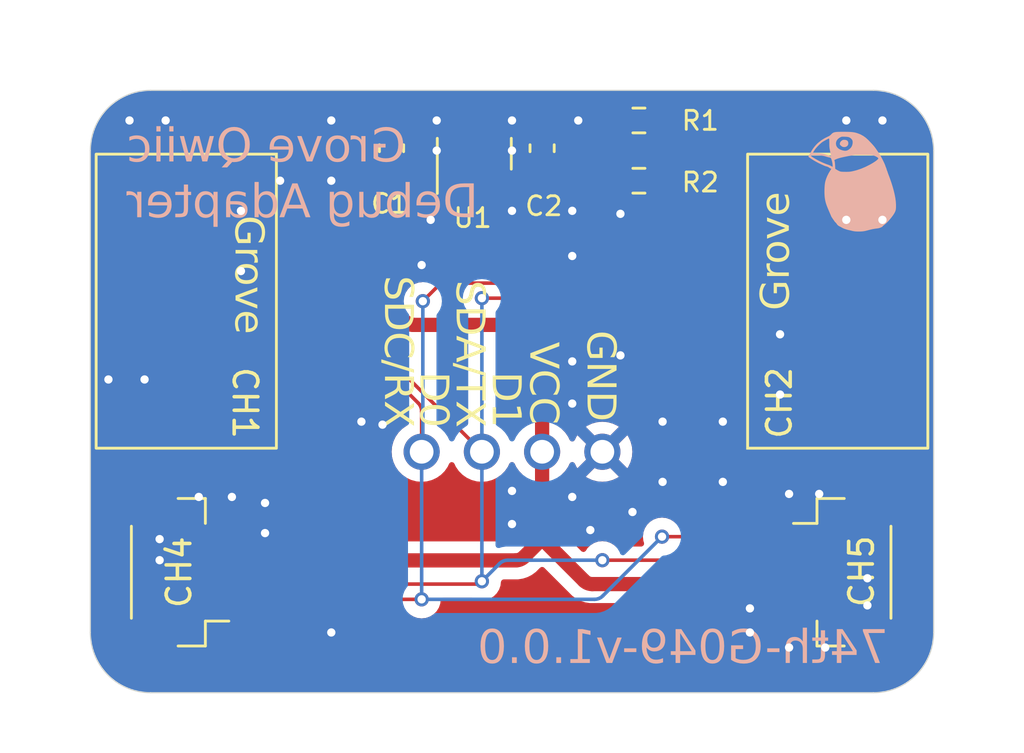
<source format=kicad_pcb>
(kicad_pcb (version 20240108) (generator "pcbnew") (generator_version "8.0")
  (title_block (title "Grove Qwiic Debug Adapter") (rev "v1.0.0") (company "Atsushi Morimoto (@74th)"))
  (layers (0 "F.Cu" signal) (31 "B.Cu" signal) (34 "B.Paste" user) (35 "F.Paste" user) (36 "B.SilkS" user "B.Silkscreen") (37 "F.SilkS" user "F.Silkscreen") (38 "B.Mask" user) (39 "F.Mask" user) (44 "Edge.Cuts" user))
  (net 0 "")
  (net 1 "Net-(U1-VO)")
  (net 2 "GND")
  (net 3 "VCC")
  (net 4 "/D0")
  (net 5 "/D1")
  (footprint "74th:Package_SOT-23" (layer "F.Cu") (at 84.77 35.6925 90)
    (property "Reference" "U1" (at -2.7075 -0.07 0) (layer "F.SilkS") (effects (font (size 0.8 0.8) (thickness 0.12))))
    (property "Value" "AP7333-33SAG")
    (fp_line (start 0 -1.56) (end 0.65 -1.56) (stroke (width 0.12)) (layer "F.SilkS"))
    (fp_line (start 0 -1.56) (end -1.675 -1.56) (stroke (width 0.12)) (layer "F.SilkS"))
    (fp_line (start 0 1.56) (end 0.65 1.56) (stroke (width 0.12)) (layer "F.SilkS"))
    (fp_line (start 0 1.56) (end -0.65 1.56) (stroke (width 0.12)) (layer "F.SilkS"))
    (pad "1" smd roundrect (at -1.1375 -0.95 90) (size 1.325 0.6) (layers "F.Cu" "F.Paste" "F.Mask") (net 3 "VCC"))
    (pad "2" smd roundrect (at -1.1375 0.95 90) (size 1.325 0.6) (layers "F.Cu" "F.Paste" "F.Mask") (net 1 "Net-(U1-VO)"))
    (pad "3" smd roundrect (at 1.1375 0 90) (size 1.325 0.6) (layers "F.Cu" "F.Paste" "F.Mask") (net 2 "GND"))
  )
  (footprint "74th:Connector_SH-1.0_SMD_4Pin" (layer "F.Cu") (at 72.32 53.34 90)
    (property "Reference" "CH4" (at 0 0 -90) (layer "F.SilkS"))
    (property "Value" "Qwiic")
    (fp_line (start -1.94 -2.01) (end 1.94 -2.01) (stroke (width 0.12)) (layer "F.SilkS"))
    (fp_line (start 3.11 -0.04) (end 3.11 1.11) (stroke (width 0.12)) (layer "F.SilkS"))
    (fp_line (start -3.11 -0.04) (end -3.11 1.11) (stroke (width 0.12)) (layer "F.SilkS"))
    (fp_line (start 3.11 1.11) (end 2.06 1.11) (stroke (width 0.12)) (layer "F.SilkS"))
    (fp_line (start -2.06 1.11) (end -2.06 2.1) (stroke (width 0.12)) (layer "F.SilkS"))
    (fp_line (start -3.11 1.11) (end -2.06 1.11) (stroke (width 0.12)) (layer "F.SilkS"))
    (pad "" smd roundrect (at -2.8 -1.2 90) (size 1.2 1.8) (layers "F.Cu" "F.Paste" "F.Mask") (roundrect_rratio 0.208333))
    (pad "" smd roundrect (at 2.8 -1.2 90) (size 1.2 1.8) (layers "F.Cu" "F.Paste" "F.Mask") (roundrect_rratio 0.208333))
    (pad "1" smd roundrect (at -1.5 1.325 90) (size 0.6 1.55) (layers "F.Cu" "F.Paste" "F.Mask") (net 4 "/D0"))
    (pad "2" smd roundrect (at -0.5 1.325 90) (size 0.6 1.55) (layers "F.Cu" "F.Paste" "F.Mask") (net 5 "/D1"))
    (pad "3" smd roundrect (at 0.5 1.325 90) (size 0.6 1.55) (layers "F.Cu" "F.Paste" "F.Mask") (net 3 "VCC"))
    (pad "4" smd roundrect (at 1.5 1.325 90) (size 0.6 1.55) (layers "F.Cu" "F.Paste" "F.Mask") (net 2 "GND"))
  )
  (footprint "74th:Capacitor_0603_1608" (layer "F.Cu") (at 81.28 35.56 90)
    (property "Reference" "C1" (at -2.24 -0.08 0) (layer "F.SilkS") (effects (font (size 0.8 0.8) (thickness 0.12))))
    (property "Value" "100n" (hide yes))
    (fp_line (start -0.046267 -0.51) (end 0.246267 -0.51) (stroke (width 0.12)) (layer "F.SilkS"))
    (fp_line (start -0.046267 0.51) (end 0.246267 0.51) (stroke (width 0.12)) (layer "F.SilkS"))
    (pad "1" smd roundrect (at -0.7625 0 90) (size 1.075 0.95) (layers "F.Cu" "F.Paste" "F.Mask") (net 3 "VCC"))
    (pad "2" smd roundrect (at 0.9625 0 90) (size 1.075 0.95) (layers "F.Cu" "F.Paste" "F.Mask") (net 2 "GND"))
  )
  (footprint "74th:Connector_HY-2.0_SMD_4Pin" (layer "F.Cu") (at 78.125 41.91 -90)
    (property "Reference" "CH1" (at 4.29 3.025 -90) (layer "F.SilkS"))
    (property "Value" "Grove" (at -1.11 2.925 -90) (layer "F.SilkS") (effects (font (size 1.2 1.2))))
    (fp_rect (start -6.2 1.7) (end 6.2 9.3) (stroke (width 0.12)) (fill none) (layer "F.SilkS"))
    (pad "" smd rect (at -5.4 7.5 90) (size 1.5 3.6) (layers "F.Cu" "F.Paste" "F.Mask"))
    (pad "" smd rect (at 5.4 7.5 90) (size 1.5 3.6) (layers "F.Cu" "F.Paste" "F.Mask"))
    (pad "1" smd rect (at 3 0 90) (size 1 3.4) (layers "F.Cu" "F.Paste" "F.Mask") (net 4 "/D0"))
    (pad "2" smd rect (at 1 0 90) (size 1 3.4) (layers "F.Cu" "F.Paste" "F.Mask") (net 5 "/D1"))
    (pad "3" smd rect (at -1 0 90) (size 1 3.4) (layers "F.Cu" "F.Paste" "F.Mask") (net 3 "VCC"))
    (pad "4" smd rect (at -3 0 90) (size 1 3.4) (layers "F.Cu" "F.Paste" "F.Mask") (net 2 "GND"))
  )
  (footprint "74th:Capacitor_0603_1608" (layer "F.Cu") (at 87.63 35.56 90)
    (property "Reference" "C2" (at -2.34 0.07 0) (layer "F.SilkS") (effects (font (size 0.8 0.8) (thickness 0.12))))
    (property "Value" "100n" (hide yes))
    (fp_line (start -0.046267 -0.51) (end 0.246267 -0.51) (stroke (width 0.12)) (layer "F.SilkS"))
    (fp_line (start -0.046267 0.51) (end 0.246267 0.51) (stroke (width 0.12)) (layer "F.SilkS"))
    (pad "1" smd roundrect (at -0.7625 0 90) (size 1.075 0.95) (layers "F.Cu" "F.Paste" "F.Mask") (net 1 "Net-(U1-VO)"))
    (pad "2" smd roundrect (at 0.9625 0 90) (size 1.075 0.95) (layers "F.Cu" "F.Paste" "F.Mask") (net 2 "GND"))
  )
  (footprint "74th:Register_0603_1608" (layer "F.Cu") (at 91.7125 36.83)
    (property "Reference" "R2" (at 2.5875 0.07 0) (layer "F.SilkS") (effects (font (size 0.8 0.8) (thickness 0.12))))
    (property "Value" "1k" (hide yes))
    (fp_line (start -0.254724 -0.5225) (end 0.254724 -0.5225) (stroke (width 0.12)) (layer "F.SilkS"))
    (fp_line (start -0.254724 0.5225) (end 0.254724 0.5225) (stroke (width 0.12)) (layer "F.SilkS"))
    (pad "1" smd roundrect (at -0.9125 0) (size 0.975 0.95) (layers "F.Cu" "F.Paste" "F.Mask") (net 1 "Net-(U1-VO)"))
    (pad "2" smd roundrect (at 0.9125 0) (size 0.975 0.95) (layers "F.Cu" "F.Paste" "F.Mask") (net 4 "/D0"))
  )
  (footprint "74th:Connector_HY-2.0_SMD_4Pin" (layer "F.Cu") (at 94.595 41.91 90)
    (property "Reference" "CH2" (at -4.29 3.04 90) (layer "F.SilkS"))
    (property "Value" "Grove" (at 2.11 2.94 90) (layer "F.SilkS") (effects (font (size 1.2 1.2))))
    (fp_rect (start -6.2 1.7) (end 6.2 9.3) (stroke (width 0.12)) (fill none) (layer "F.SilkS"))
    (pad "" smd rect (at -5.4 7.5 270) (size 1.5 3.6) (layers "F.Cu" "F.Paste" "F.Mask"))
    (pad "" smd rect (at 5.4 7.5 270) (size 1.5 3.6) (layers "F.Cu" "F.Paste" "F.Mask"))
    (pad "1" smd rect (at 3 0 270) (size 1 3.4) (layers "F.Cu" "F.Paste" "F.Mask") (net 4 "/D0"))
    (pad "2" smd rect (at 1 0 270) (size 1 3.4) (layers "F.Cu" "F.Paste" "F.Mask") (net 5 "/D1"))
    (pad "3" smd rect (at -1 0 270) (size 1 3.4) (layers "F.Cu" "F.Paste" "F.Mask") (net 3 "VCC"))
    (pad "4" smd rect (at -3 0 270) (size 1 3.4) (layers "F.Cu" "F.Paste" "F.Mask") (net 2 "GND"))
  )
  (footprint "74th:PinOut_Pin_4" (layer "F.Cu") (at 82.55 48.26)
    (property "Reference" "CH3" (hide yes))
    (property "Value" "Pin_4" (hide yes))
    (pad "1" thru_hole circle (at 0 0) (size 1.524 1.524) (drill 1) (layers "*.Cu" "*.Mask") (net 4 "/D0"))
    (pad "2" thru_hole circle (at 2.54 0) (size 1.524 1.524) (drill 1) (layers "*.Cu" "*.Mask") (net 5 "/D1"))
    (pad "3" thru_hole circle (at 5.08 0) (size 1.524 1.524) (drill 1) (layers "*.Cu" "*.Mask") (net 3 "VCC"))
    (pad "4" thru_hole circle (at 7.62 0) (size 1.524 1.524) (drill 1) (layers "*.Cu" "*.Mask") (net 2 "GND"))
  )
  (footprint "74th:Register_0603_1608" (layer "F.Cu") (at 91.7125 34.29)
    (property "Reference" "R1" (at 2.5875 0.01 0) (layer "F.SilkS") (effects (font (size 0.8 0.8) (thickness 0.12))))
    (property "Value" "1k" (hide yes))
    (fp_line (start -0.254724 -0.5225) (end 0.254724 -0.5225) (stroke (width 0.12)) (layer "F.SilkS"))
    (fp_line (start -0.254724 0.5225) (end 0.254724 0.5225) (stroke (width 0.12)) (layer "F.SilkS"))
    (pad "1" smd roundrect (at -0.9125 0) (size 0.975 0.95) (layers "F.Cu" "F.Paste" "F.Mask") (net 1 "Net-(U1-VO)"))
    (pad "2" smd roundrect (at 0.9125 0) (size 0.975 0.95) (layers "F.Cu" "F.Paste" "F.Mask") (net 5 "/D1"))
  )
  (footprint "74th:Connector_SH-1.0_SMD_4Pin" (layer "F.Cu") (at 100.33 53.34 -90)
    (property "Reference" "CH5" (at -0.04 -0.77 90) (layer "F.SilkS"))
    (property "Value" "Qwiic")
    (fp_line (start -3.11 1.11) (end -2.06 1.11) (stroke (width 0.12)) (layer "F.SilkS"))
    (fp_line (start -2.06 1.11) (end -2.06 2.1) (stroke (width 0.12)) (layer "F.SilkS"))
    (fp_line (start 3.11 1.11) (end 2.06 1.11) (stroke (width 0.12)) (layer "F.SilkS"))
    (fp_line (start -3.11 -0.04) (end -3.11 1.11) (stroke (width 0.12)) (layer "F.SilkS"))
    (fp_line (start 3.11 -0.04) (end 3.11 1.11) (stroke (width 0.12)) (layer "F.SilkS"))
    (fp_line (start -1.94 -2.01) (end 1.94 -2.01) (stroke (width 0.12)) (layer "F.SilkS"))
    (pad "" smd roundrect (at -2.8 -1.2 270) (size 1.2 1.8) (layers "F.Cu" "F.Paste" "F.Mask") (roundrect_rratio 0.208333))
    (pad "" smd roundrect (at 2.8 -1.2 270) (size 1.2 1.8) (layers "F.Cu" "F.Paste" "F.Mask") (roundrect_rratio 0.208333))
    (pad "1" smd roundrect (at -1.5 1.325 270) (size 0.6 1.55) (layers "F.Cu" "F.Paste" "F.Mask") (net 4 "/D0"))
    (pad "2" smd roundrect (at -0.5 1.325 270) (size 0.6 1.55) (layers "F.Cu" "F.Paste" "F.Mask") (net 5 "/D1"))
    (pad "3" smd roundrect (at 0.5 1.325 270) (size 0.6 1.55) (layers "F.Cu" "F.Paste" "F.Mask") (net 3 "VCC"))
    (pad "4" smd roundrect (at 1.5 1.325 270) (size 0.6 1.55) (layers "F.Cu" "F.Paste" "F.Mask") (net 2 "GND"))
  )
  (footprint "74th:Logo_74th_5mm" (layer "B.Cu") (at 100.838 37.084 180)
    (property "Reference" "MISC-ICON" (hide yes))
    (property "Value" "LOGO" (hide yes))
    (fp_poly (pts (xy 0.49911 1.977005) (xy 0.52619 1.971811) (xy 0.550101 1.960394) (xy 0.567258 1.948962) (xy 0.609714 1.913867) (xy 0.636212 1.878222) (xy 0.649891 1.837353) (xy 0.652029 1.822803) (xy 0.653972 1.796481) (xy 0.650422 1.778097) (xy 0.63834 1.760632) (xy 0.615095 1.737453) (xy 0.585928 1.712686) (xy 0.556346 1.692187) (xy 0.540838 1.683997) (xy 0.490541 1.67188) (xy 0.436335 1.673253) (xy 0.386727 1.687667) (xy 0.377033 1.69268) (xy 0.334461 1.724102) (xy 0.308549 1.761965) (xy 0.296534 1.810564) (xy 0.295755 1.819115) (xy 0.299127 1.875113) (xy 0.318091 1.919594) (xy 0.352053 1.951986) (xy 0.400418 1.971714) (xy 0.460717 1.978211)) (fill solid) (layer "B.SilkS"))
    (fp_poly (pts (xy 0.649442 2.315535) (xy 0.729812 2.313458) (xy 0.795479 2.309386) (xy 0.84885 2.302763) (xy 0.892332 2.293032) (xy 0.928333 2.279639) (xy 0.959262 2.262025) (xy 0.987524 2.239636) (xy 1.015529 2.211915) (xy 1.018894 2.208303) (xy 1.049811 2.17753) (xy 1.080856 2.153623) (xy 1.118584 2.132145) (xy 1.159781 2.112935) (xy 1.303854 2.040699) (xy 1.43836 1.955894) (xy 1.559736 1.86088) (xy 1.610284 1.814294) (xy 1.666995 1.754955) (xy 1.723999 1.687877) (xy 1.777228 1.618321) (xy 1.822615 1.551548) (xy 1.850744 1.503291) (xy 1.875717 1.457173) (xy 1.902309 1.410196) (xy 1.926331 1.369686) (xy 1.936 1.354251) (xy 1.953726 1.324762) (xy 1.965312 1.30154) (xy 1.968376 1.289388) (xy 1.968255 1.289143) (xy 1.971081 1.279593) (xy 1.975766 1.277057) (xy 1.982166 1.274461) (xy 1.983708 1.270872) (xy 1.978079 1.263957) (xy 1.962966 1.251384) (xy 1.936056 1.230818) (xy 1.911899 1.212627) (xy 1.854593 1.172471) (xy 1.782259 1.12666) (xy 1.697916 1.077023) (xy 1.604583 1.025393) (xy 1.592384 1.018863) (xy 1.557843 1.001158) (xy 1.51428 0.979887) (xy 1.465228 0.956656) (xy 1.414217 0.933069) (xy 1.364781 0.910731) (xy 1.320452 0.891247) (xy 1.28476 0.876222) (xy 1.261239 0.867261) (xy 1.2549 0.865517) (xy 1.2383 0.859756) (xy 1.235135 0.857392) (xy 1.221841 0.854859) (xy 1.215314 0.856526) (xy 1.203354 0.855716) (xy 1.201615 0.851275) (xy 1.194496 0.845005) (xy 1.186961 0.846391) (xy 1.174429 0.845694) (xy 1.172307 0.840623) (xy 1.166604 0.83365) (xy 1.163002 0.834983) (xy 1.150776 0.832684) (xy 1.128988 0.820722) (xy 1.110224 0.80755) (xy 1.081014 0.787569) (xy 1.053695 0.772643) (xy 1.041375 0.767997) (xy 1.02265 0.760638) (xy 1.016 0.753494) (xy 1.021096 0.742238) (xy 1.034735 0.718972) (xy 1.054444 0.687822) (xy 1.064954 0.671849) (xy 1.12825 0.56704) (xy 1.18417 0.455062) (xy 1.230323 0.341445) (xy 1.264319 0.231719) (xy 1.274597 0.187144) (xy 1.286077 0.115195) (xy 1.294738 0.028881) (xy 1.300463 -0.06681) (xy 1.303138 -0.166891) (xy 1.302648 -0.266377) (xy 1.298877 -0.360281) (xy 1.291711 -0.443616) (xy 1.289551 -0.460911) (xy 1.280044 -0.525393) (xy 1.269021 -0.585324) (xy 1.255537 -0.643647) (xy 1.238649 -0.703308) (xy 1.217413 -0.767251) (xy 1.190885 -0.83842) (xy 1.15812 -0.919762) (xy 1.118176 -1.01422) (xy 1.095039 -1.067695) (xy 1.071114 -1.122922) (xy 1.050098 -1.171888) (xy 1.03316 -1.211837) (xy 1.021466 -1.240008) (xy 1.016185 -1.253643) (xy 1.016 -1.254415) (xy 1.010812 -1.264384) (xy 0.997077 -1.286257) (xy 0.977533 -1.315992) (xy 0.954918 -1.349546) (xy 0.931973 -1.382875) (xy 0.911435 -1.411937) (xy 0.896044 -1.432688) (xy 0.891281 -1.438519) (xy 0.881868 -1.451535) (xy 0.882051 -1.455615) (xy 0.878639 -1.461806) (xy 0.864169 -1.478105) (xy 0.841688 -1.501099) (xy 0.839604 -1.503156) (xy 0.815535 -1.527753) (xy 0.798232 -1.547164) (xy 0.791317 -1.557316) (xy 0.791307 -1.557459) (xy 0.785693 -1.568334) (xy 0.771312 -1.588834) (xy 0.759557 -1.604071) (xy 0.717614 -1.642893) (xy 0.669192 -1.670457) (xy 0.628487 -1.690374) (xy 0.586336 -1.713284) (xy 0.562819 -1.727373) (xy 0.521529 -1.749255) (xy 0.466174 -1.772325) (xy 0.401991 -1.794762) (xy 0.334221 -1.814746) (xy 0.268103 -1.830455) (xy 0.263769 -1.831328) (xy 0.214551 -1.841899) (xy 0.160508 -1.85468) (xy 0.120622 -1.864964) (xy 0.055886 -1.877973) (xy -0.02415 -1.886395) (xy -0.115749 -1.890024) (xy -0.215168 -1.888652) (xy -0.26377 -1.886207) (xy -0.321222 -1.881331) (xy -0.375834 -1.873473) (xy -0.434052 -1.861442) (xy -0.502322 -1.844047) (xy -0.523893 -1.838114) (xy -0.63872 -1.808122) (xy -0.742646 -1.785447) (xy -0.8423 -1.768779) (xy -0.924981 -1.758724) (xy -0.990158 -1.748055) (xy -1.051214 -1.728505) (xy -1.081289 -1.7156) (xy -1.114421 -1.700035) (xy -1.138241 -1.688) (xy -1.149249 -1.681303) (xy -1.149131 -1.680514) (xy -1.146076 -1.6751) (xy -1.158529 -1.659984) (xy -1.185575 -1.636044) (xy -1.226296 -1.604159) (xy -1.237582 -1.595733) (xy -1.289495 -1.552568) (xy -1.34796 -1.496067) (xy -1.409909 -1.429899) (xy -1.472272 -1.357735) (xy -1.531981 -1.283243) (xy -1.585967 -1.210095) (xy -1.631161 -1.141958) (xy -1.661115 -1.089269) (xy -1.680524 -1.04823) (xy -1.694985 -1.009292) (xy -1.705078 -0.968658) (xy -1.711382 -0.922532) (xy -1.714475 -0.867119) (xy -1.714938 -0.798622) (xy -1.714042 -0.742461) (xy -1.706149 -0.619284) (xy -1.687758 -0.48164) (xy -1.659296 -0.331261) (xy -1.621192 -0.169879) (xy -1.573872 0.000774) (xy -1.517766 0.178967) (xy -1.453299 0.362969) (xy -1.417571 0.457889) (xy -1.396575 0.513388) (xy -1.378636 0.562705) (xy -1.364747 0.602943) (xy -1.355905 0.631205) (xy -1.353106 0.644593) (xy -1.353251 0.645112) (xy -1.350838 0.654769) (xy -1.347781 0.656291) (xy -1.338992 0.667586) (xy -1.335872 0.681549) (xy -1.331773 0.698661) (xy -1.326843 0.703385) (xy -1.32326 0.710628) (xy -1.325083 0.718039) (xy -1.324796 0.730593) (xy -1.320198 0.732693) (xy -1.313928 0.739811) (xy -1.315314 0.747347) (xy -1.315027 0.759901) (xy -1.310429 0.762) (xy -1.304159 0.769119) (xy -1.305545 0.776654) (xy -1.305257 0.789208) (xy -1.30066 0.791308) (xy -1.29439 0.798427) (xy -1.295775 0.805962) (xy -1.295079 0.818494) (xy -1.290008 0.820616) (xy -1.283203 0.826539) (xy -1.284654 0.830385) (xy -1.284816 0.839428) (xy -1.281974 0.840154) (xy -1.274089 0.848011) (xy -1.273257 0.85382) (xy -1.268637 0.875951) (xy -1.255689 0.912285) (xy -1.235782 0.960062) (xy -1.210287 1.016523) (xy -1.180573 1.078909) (xy -1.148009 1.14446) (xy -1.124391 1.190217) (xy -0.968709 1.190217) (xy -0.954294 1.165904) (xy -0.924511 1.13516) (xy -0.88053 1.098898) (xy -0.82352 1.058032) (xy -0.754652 1.013476) (xy -0.675094 0.966143) (xy -0.615462 0.932825) (xy -0.430996 0.839705) (xy -0.248236 0.762241) (xy -0.069449 0.701341) (xy 0.033493 0.673488) (xy 0.104307 0.656864) (xy 0.16379 0.644697) (xy 0.217499 0.636387) (xy 0.270991 0.631333) (xy 0.329822 0.628935) (xy 0.39955 0.628591) (xy 0.4445 0.629059) (xy 0.50748 0.63018) (xy 0.554702 0.631846) (xy 0.589948 0.634477) (xy 0.616998 0.638491) (xy 0.639634 0.644309) (xy 0.661634 0.65235) (xy 0.664307 0.653441) (xy 0.700826 0.670326) (xy 0.744025 0.692964) (xy 0.782776 0.715394) (xy 0.847514 0.75524) (xy 0.850719 0.838786) (xy 0.957384 0.838786) (xy 1.028211 0.877323) (xy 1.074327 0.899899) (xy 1.1265 0.921701) (xy 1.172307 0.937645) (xy 1.220279 0.95381) (xy 1.280568 0.976999) (xy 1.348234 1.005079) (xy 1.418334 1.035915) (xy 1.485926 1.067376) (xy 1.546068 1.097328) (xy 1.563077 1.106322) (xy 1.615757 1.135358) (xy 1.669582 1.166198) (xy 1.721851 1.197166) (xy 1.769865 1.226584) (xy 1.810924 1.252776) (xy 1.842326 1.274063) (xy 1.861371 1.288768) (xy 1.865923 1.294448) (xy 1.863875 1.306069) (xy 1.856134 1.31476) (xy 1.840303 1.320929) (xy 1.813986 1.324986) (xy 1.774786 1.327342) (xy 1.720307 1.328406) (xy 1.666142 1.328602) (xy 1.572153 1.327377) (xy 1.492524 1.323267) (xy 1.422203 1.315599) (xy 1.356136 1.303697) (xy 1.289272 1.286888) (xy 1.238235 1.271508) (xy 1.193167 1.25792) (xy 1.149614 1.246039) (xy 1.114579 1.23773) (xy 1.103923 1.235727) (xy 1.07335 1.229543) (xy 1.049146 1.222473) (xy 1.043695 1.22012) (xy 1.030334 1.204594) (xy 1.015648 1.173587) (xy 1.000676 1.131011) (xy 0.986457 1.08078) (xy 0.97403 1.026808) (xy 0.964434 0.973008) (xy 0.958708 0.923293) (xy 0.957554 0.895643) (xy 0.957384 0.838786) (xy 0.850719 0.838786) (xy 0.852609 0.888063) (xy 0.855625 0.942429) (xy 0.860173 0.994726) (xy 0.865657 1.039311) (xy 0.871483 1.070539) (xy 0.872033 1.072605) (xy 0.886361 1.124325) (xy 0.857044 1.139485) (xy 0.813513 1.160041) (xy 0.763737 1.179588) (xy 0.705735 1.198657) (xy 0.637524 1.21778) (xy 0.557122 1.237486) (xy 0.462547 1.258309) (xy 0.351817 1.280779) (xy 0.273538 1.295893) (xy 0.238573 1.302539) (xy 1.025769 1.302539) (xy 1.027884 1.294408) (xy 1.035898 1.291031) (xy 1.052316 1.292935) (xy 1.079641 1.300645) (xy 1.120379 1.314688) (xy 1.169192 1.332657) (xy 1.239632 1.357839) (xy 1.301661 1.376986) (xy 1.3604 1.391039) (xy 1.420973 1.400939) (xy 1.4885 1.407627) (xy 1.568104 1.412044) (xy 1.60948 1.41355) (xy 1.666055 1.415576) (xy 1.71523 1.417717) (xy 1.753946 1.419807) (xy 1.779141 1.421682) (xy 1.787769 1.423134) (xy 1.782668 1.437986) (xy 1.769102 1.464495) (xy 1.749676 1.498218) (xy 1.726995 1.53471) (xy 1.703664 1.569528) (xy 1.694274 1.582616) (xy 1.659716 1.625782) (xy 1.615501 1.675422) (xy 1.565434 1.727768) (xy 1.513316 1.77905) (xy 1.462949 1.825499) (xy 1.418138 1.863346) (xy 1.390195 1.884) (xy 1.356265 1.905539) (xy 1.314792 1.930075) (xy 1.269416 1.955667) (xy 1.223776 1.980372) (xy 1.181512 2.002248) (xy 1.146264 2.019353) (xy 1.121672 2.029745) (xy 1.112848 2.031986) (xy 1.107944 2.028959) (xy 1.104267 2.018335) (xy 1.101636 1.997786) (xy 1.099868 1.964981) (xy 1.098782 1.91759) (xy 1.098195 1.853285) (xy 1.098148 1.843928) (xy 1.097614 1.776116) (xy 1.096372 1.722504) (xy 1.093878 1.677759) (xy 1.089586 1.636543) (xy 1.08295 1.59352) (xy 1.073424 1.543354) (xy 1.061513 1.485712) (xy 1.049945 1.429935) (xy 1.039938 1.38034) (xy 1.032143 1.340274) (xy 1.027216 1.313082) (xy 1.025769 1.302539) (xy 0.238573 1.302539) (xy 0.024423 1.343244) (xy -0.32727 1.343257) (xy -0.419837 1.343219) (xy -0.495203 1.343013) (xy -0.555706 1.342514) (xy -0.603683 1.341597) (xy -0.641472 1.340136) (xy -0.67141 1.338005) (xy -0.695836 1.335079) (xy -0.717085 1.331232) (xy -0.737497 1.326339) (xy -0.759409 1.320274) (xy -0.760379 1.319997) (xy -0.810451 1.302417) (xy -0.861916 1.278843) (xy -0.909375 1.25223) (xy -0.947429 1.225532) (xy -0.966587 1.207184) (xy -0.968709 1.190217) (xy -1.124391 1.190217) (xy -1.113965 1.210417) (xy -1.079809 1.27402) (xy -1.046913 1.332511) (xy -1.016644 1.383128) (xy -0.991561 1.421423) (xy -0.969685 1.453018) (xy -0.940769 1.495245) (xy -0.908639 1.542499) (xy -0.878252 1.587489) (xy -0.847879 1.631004) (xy -0.815001 1.674542) (xy -0.77766 1.720361) (xy -0.733897 1.770719) (xy -0.681751 1.827873) (xy -0.622383 1.890775) (xy 0.111565 1.890775) (xy 0.115268 1.825465) (xy 0.117275 1.811913) (xy 0.136919 1.735172) (xy 0.170436 1.670022) (xy 0.219891 1.612487) (xy 0.22188 1.610615) (xy 0.279685 1.563384) (xy 0.336158 1.532909) (xy 0.395251 1.518236) (xy 0.460918 1.518411) (xy 0.53711 1.532482) (xy 0.541357 1.533556) (xy 0.628837 1.563013) (xy 0.70023 1.602386) (xy 0.755163 1.651376) (xy 0.793261 1.709682) (xy 0.807232 1.746734) (xy 0.818234 1.816865) (xy 0.810574 1.884346) (xy 0.785103 1.947558) (xy 0.742671 2.004877) (xy 0.684127 2.054685) (xy 0.628929 2.086739) (xy 0.606996 2.096991) (xy 0.587673 2.103932) (xy 0.566645 2.108063) (xy 0.539596 2.109881) (xy 0.502213 2.109886) (xy 0.450181 2.108576) (xy 0.44213 2.108335) (xy 0.372893 2.105037) (xy 0.318954 2.099028) (xy 0.276129 2.089079) (xy 0.240234 2.073962) (xy 0.207085 2.052447) (xy 0.182177 2.03196) (xy 0.14398 1.990495) (xy 0.120789 1.944609) (xy 0.111565 1.890775) (xy -0.622383 1.890775) (xy -0.619263 1.894081) (xy -0.548473 1.967487) (xy -0.443528 2.064259) (xy -0.332728 2.143721) (xy -0.212862 2.207923) (xy -0.103758 2.251236) (xy -0.054075 2.267323) (xy -0.005726 2.280619) (xy 0.043774 2.291367) (xy 0.096909 2.299816) (xy 0.156164 2.30621) (xy 0.224023 2.310795) (xy 0.302971 2.313819) (xy 0.395493 2.315526) (xy 0.504073 2.316163) (xy 0.551961 2.316174)) (fill solid) (layer "B.SilkS"))
  )
  (gr_line (start 104.14 55.88) (end 104.14 35.56) (stroke (width 0.05)) (layer "Edge.Cuts"))
  (gr_arc (start 101.6 33.02) (mid 103.396051 33.763949) (end 104.14 35.56) (stroke (width 0.05)) (layer "Edge.Cuts"))
  (gr_line (start 68.58 35.56) (end 68.58 55.88) (stroke (width 0.05)) (layer "Edge.Cuts"))
  (gr_line (start 72.39 33.02) (end 71.12 33.02) (stroke (width 0.05)) (layer "Edge.Cuts"))
  (gr_arc (start 68.58 35.56) (mid 69.323949 33.763949) (end 71.12 33.02) (stroke (width 0.05)) (layer "Edge.Cuts"))
  (gr_arc (start 104.14 55.88) (mid 103.396051 57.676051) (end 101.6 58.42) (stroke (width 0.05)) (layer "Edge.Cuts"))
  (gr_line (start 71.12 58.42) (end 101.6 58.42) (stroke (width 0.05)) (layer "Edge.Cuts"))
  (gr_line (start 101.6 33.02) (end 72.39 33.02) (stroke (width 0.05)) (layer "Edge.Cuts"))
  (gr_arc (start 71.12 58.42) (mid 69.323949 57.676051) (end 68.58 55.88) (stroke (width 0.05)) (layer "Edge.Cuts"))
  (gr_text "74th-G049-v1.0.0" (at 102.235 57.404 0) (layer "B.SilkS") (effects (font (size 1.4 1.4) (thickness 0.12)) (justify left bottom mirror)))
  (gr_text "Grove Qwiic\nDebug Adapter" (at 70.104 38.608 0) (layer "B.SilkS") (effects (font (size 1.4 1.4) (thickness 0.12)) (justify right bottom mirror)))
  (gr_text "VCC" (at 87.63 47.117 270) (layer "F.SilkS") (effects (font (size 1.2 1.2) (thickness 0.12)) (justify right)))
  (gr_text "D1" (at 85.344 47.244 270) (layer "F.SilkS") (effects (font (size 1.2 1.2) (thickness 0.12)) (justify right bottom)))
  (gr_text "SDA/TX" (at 83.82 47.244 270) (layer "F.SilkS") (effects (font (size 1.2 1.2) (thickness 0.12)) (justify right bottom)))
  (gr_text "GND" (at 90.043 46.99 270) (layer "F.SilkS") (effects (font (size 1.2 1.2) (thickness 0.12)) (justify right)))
  (gr_text "SDC/RX" (at 80.8 47.244 270) (layer "F.SilkS") (effects (font (size 1.2 1.2) (thickness 0.12)) (justify right bottom)))
  (gr_text "D0" (at 82.296 47.244 270) (layer "F.SilkS") (effects (font (size 1.2 1.2) (thickness 0.12)) (justify right bottom)))
  (segment (start 88.3 36.3225) (end 90.085393 36.3225) (width 0.6) (layer "F.Cu") (net 1))
  (segment (start 87.268947 36.683553) (end 87.63 36.3225) (width 0.6) (layer "F.Cu") (net 1))
  (segment (start 87.63 36.3225) (end 88.3 36.3225) (width 0.6) (layer "F.Cu") (net 1))
  (segment (start 88.3 36.3225) (end 88.560393 36.3225) (width 0.6) (layer "F.Cu") (net 1))
  (segment (start 90.438947 36.468947) (end 90.8 36.83) (width 0.6) (layer "F.Cu") (net 1))
  (segment (start 85.72 36.83) (end 86.915393 36.83) (width 0.6) (layer "F.Cu") (net 1))
  (segment (start 88.913947 36.176053) (end 90.8 34.29) (width 0.6) (layer "F.Cu") (net 1))
  (arc (start 90.085393 36.3225) (mid 90.276735 36.36056) (end 90.438947 36.468947) (width 0.6) (layer "F.Cu") (net 1))
  (arc (start 88.560393 36.3225) (mid 88.751735 36.28444) (end 88.913947 36.176053) (width 0.6) (layer "F.Cu") (net 1))
  (arc (start 86.915393 36.83) (mid 87.106735 36.79194) (end 87.268947 36.683553) (width 0.6) (layer "F.Cu") (net 1))
  (via (at 101.346 53.594) (size 0.6) (drill 0.35) (layers "F.Cu" "B.Cu") (net 2))
  (via (at 74.93 38.1) (size 0.6) (drill 0.35) (layers "F.Cu" "B.Cu") (net 2))
  (via (at 80.01 46.99) (size 0.6) (drill 0.35) (layers "F.Cu" "B.Cu") (net 2))
  (via (at 82.931 38.481) (size 0.6) (drill 0.35) (layers "F.Cu" "B.Cu") (net 2))
  (via (at 101.981 38.481) (size 0.6) (drill 0.35) (layers "F.Cu" "B.Cu") (net 2))
  (via (at 100.457 38.481) (size 0.6) (drill 0.35) (layers "F.Cu" "B.Cu") (net 2))
  (via (at 71.501 51.943) (size 0.6) (drill 0.35) (layers "F.Cu" "B.Cu") (net 2))
  (via (at 70.231 34.29) (size 0.6) (drill 0.35) (layers "F.Cu" "B.Cu") (net 2))
  (via (at 75.946 50.419) (size 0.6) (drill 0.35) (layers "F.Cu" "B.Cu") (net 2))
  (via (at 96.393 55.88) (size 0.6) (drill 0.35) (layers "F.Cu" "B.Cu") (net 2))
  (via (at 76.581 36.83) (size 0.6) (drill 0.35) (layers "F.Cu" "B.Cu") (net 2))
  (via (at 89.662 51.562) (size 0.6) (drill 0.35) (layers "F.Cu" "B.Cu") (net 2))
  (via (at 75.946 51.689) (size 0.6) (drill 0.35) (layers "F.Cu" "B.Cu") (net 2))
  (via (at 90.932 38.227) (size 0.6) (drill 0.35) (layers "F.Cu" "B.Cu") (net 2))
  (via (at 97.663 43.307) (size 0.6) (drill 0.35) (layers "F.Cu" "B.Cu") (net 2))
  (via (at 86.36 38.1) (size 0.6) (drill 0.35) (layers "F.Cu" "B.Cu") (net 2))
  (via (at 82.55 40.386) (size 0.6) (drill 0.35) (layers "F.Cu" "B.Cu") (net 2))
  (via (at 86.36 35.56) (size 0.6) (drill 0.35) (layers "F.Cu" "B.Cu") (net 2))
  (via (at 98.044 50.038) (size 0.6) (drill 0.35) (layers "F.Cu" "B.Cu") (net 2))
  (via (at 71.501 52.832) (size 0.6) (drill 0.35) (layers "F.Cu" "B.Cu") (net 2))
  (via (at 86.36 49.911) (size 0.6) (drill 0.35) (layers "F.Cu" "B.Cu") (net 2))
  (via (at 74.93 40.64) (size 0.6) (drill 0.35) (layers "F.Cu" "B.Cu") (net 2))
  (via (at 70.866 45.212) (size 0.6) (drill 0.35) (layers "F.Cu" "B.Cu") (net 2))
  (via (at 74.549 50.165) (size 0.6) (drill 0.35) (layers "F.Cu" "B.Cu") (net 2))
  (via (at 88.9 44.45) (size 0.6) (drill 0.35) (layers "F.Cu" "B.Cu") (net 2))
  (via (at 78.74 34.29) (size 0.6) (drill 0.35) (layers "F.Cu" "B.Cu") (net 2))
  (via (at 73.152 50.165) (size 0.6) (drill 0.35) (layers "F.Cu" "B.Cu") (net 2))
  (via (at 88.9 40.005) (size 0.6) (drill 0.35) (layers "F.Cu" "B.Cu") (net 2))
  (via (at 99.314 50.038) (size 0.6) (drill 0.35) (layers "F.Cu" "B.Cu") (net 2))
  (via (at 80.899 47.117) (size 0.6) (drill 0.35) (layers "F.Cu" "B.Cu") (net 2))
  (via (at 78.74 36.83) (size 0.6) (drill 0.35) (layers "F.Cu" "B.Cu") (net 2))
  (via (at 88.9 46.228) (size 0.6) (drill 0.35) (layers "F.Cu" "B.Cu") (net 2))
  (via (at 89.154 34.29) (size 0.6) (drill 0.35) (layers "F.Cu" "B.Cu") (net 2))
  (via (at 71.755 34.29) (size 0.6) (drill 0.35) (layers "F.Cu" "B.Cu") (net 2))
  (via (at 78.74 55.88) (size 0.6) (drill 0.35) (layers "F.Cu" "B.Cu") (net 2))
  (via (at 91.44 50.8) (size 0.6) (drill 0.35) (layers "F.Cu" "B.Cu") (net 2))
  (via (at 92.71 49.53) (size 0.6) (drill 0.35) (layers "F.Cu" "B.Cu") (net 2))
  (via (at 101.981 34.29) (size 0.6) (drill 0.35) (layers "F.Cu" "B.Cu") (net 2))
  (via (at 96.393 54.864) (size 0.6) (drill 0.35) (layers "F.Cu" "B.Cu") (net 2))
  (via (at 101.346 54.737) (size 0.6) (drill 0.35) (layers "F.Cu" "B.Cu") (net 2))
  (via (at 88.9 38.1) (size 0.6) (drill 0.35) (layers "F.Cu" "B.Cu") (net 2))
  (via (at 95.25 46.99) (size 0.6) (drill 0.35) (layers "F.Cu" "B.Cu") (net 2))
  (via (at 98.044 56.515) (size 0.6) (drill 0.35) (layers "F.Cu" "B.Cu") (net 2))
  (via (at 99.568 56.515) (size 0.6) (drill 0.35) (layers "F.Cu" "B.Cu") (net 2))
  (via (at 86.36 34.29) (size 0.6) (drill 0.35) (layers "F.Cu" "B.Cu") (net 2))
  (via (at 90.932 44.196) (size 0.6) (drill 0.35) (layers "F.Cu" "B.Cu") (net 2))
  (via (at 100.457 34.29) (size 0.6) (drill 0.35) (layers "F.Cu" "B.Cu") (net 2))
  (via (at 95.25 49.53) (size 0.6) (drill 0.35) (layers "F.Cu" "B.Cu") (net 2))
  (via (at 69.342 45.212) (size 0.6) (drill 0.35) (layers "F.Cu" "B.Cu") (net 2))
  (via (at 97.663 45.847) (size 0.6) (drill 0.35) (layers "F.Cu" "B.Cu") (net 2))
  (via (at 88.9 50.165) (size 0.6) (drill 0.35) (layers "F.Cu" "B.Cu") (net 2))
  (via (at 83.185 35.56) (size 0.6) (drill 0.35) (layers "F.Cu" "B.Cu") (net 2))
  (via (at 86.36 51.308) (size 0.6) (drill 0.35) (layers "F.Cu" "B.Cu") (net 2))
  (via (at 92.71 46.99) (size 0.6) (drill 0.35) (layers "F.Cu" "B.Cu") (net 2))
  (via (at 83.185 34.29) (size 0.6) (drill 0.35) (layers "F.Cu" "B.Cu") (net 2))
  (segment (start 87.63 51.93) (end 89.393554 53.693554) (width 0.6) (layer "F.Cu") (net 3))
  (segment (start 87.63 48.26) (end 87.63 42.93) (width 0.6) (layer "F.Cu") (net 3))
  (segment (start 87.63 51.93) (end 87.63 48.26) (width 0.6) (layer "F.Cu") (net 3))
  (segment (start 89.747107 53.84) (end 99.005 53.84) (width 0.6) (layer "F.Cu") (net 3))
  (segment (start 78.125 40.91) (end 79.99 40.91) (width 0.6) (layer "F.Cu") (net 3))
  (segment (start 94.595 42.91) (end 87.61 42.91) (width 0.6) (layer "F.Cu") (net 3))
  (segment (start 73.645 52.84) (end 86.512893 52.84) (width 0.6) (layer "F.Cu") (net 3))
  (segment (start 79.99 40.91) (end 81.843554 42.763554) (width 0.6) (layer "F.Cu") (net 3))
  (segment (start 87.63 42.93) (end 87.61 42.91) (width 0.6) (layer "F.Cu") (net 3))
  (segment (start 81.994607 36.83) (end 83.82 36.83) (width 0.6) (layer "F.Cu") (net 3))
  (segment (start 81.3 39.392893) (end 81.3 36.3425) (width 0.6) (layer "F.Cu") (net 3))
  (segment (start 82.197107 42.91) (end 87.61 42.91) (width 0.6) (layer "F.Cu") (net 3))
  (segment (start 79.99 40.91) (end 81.153554 39.746446) (width 0.6) (layer "F.Cu") (net 3))
  (segment (start 86.866447 52.693553) (end 87.63 51.93) (width 0.6) (layer "F.Cu") (net 3))
  (segment (start 81.28 36.3225) (end 81.641054 36.683554) (width 0.6) (layer "F.Cu") (net 3))
  (arc (start 82.197107 42.91) (mid 82.005766 42.87194) (end 81.843554 42.763554) (width 0.6) (layer "F.Cu") (net 3))
  (arc (start 81.153554 39.746446) (mid 81.26194 39.584234) (end 81.3 39.392893) (width 0.6) (layer "F.Cu") (net 3))
  (arc (start 81.641054 36.683554) (mid 81.803266 36.79194) (end 81.994607 36.83) (width 0.6) (layer "F.Cu") (net 3))
  (arc (start 89.747107 53.84) (mid 89.555766 53.80194) (end 89.393554 53.693554) (width 0.6) (layer "F.Cu") (net 3))
  (arc (start 86.866447 52.693553) (mid 86.704235 52.80194) (end 86.512893 52.84) (width 0.6) (layer "F.Cu") (net 3))
  (segment (start 82.55 46.557107) (end 82.55 48.26) (width 0.15) (layer "F.Cu") (net 4))
  (segment (start 94.595 38.91) (end 92.107107 38.91) (width 0.15) (layer "F.Cu") (net 4))
  (segment (start 83.569107 41.148) (end 89.454893 41.148) (width 0.15) (layer "F.Cu") (net 4))
  (segment (start 91.753553 39.056447) (end 91.753554 39.056446) (width 0.15) (layer "F.Cu") (net 4))
  (segment (start 92.107107 38.91) (end 93.96 38.91) (width 0.15) (layer "F.Cu") (net 4))
  (segment (start 94.595 38.8) (end 92.625 36.83) (width 0.15) (layer "F.Cu") (net 4))
  (segment (start 82.6 41.91) (end 83.215554 41.294446) (width 0.15) (layer "F.Cu") (net 4))
  (segment (start 81.256447 45.056447) (end 82.403554 46.203554) (width 0.15) (layer "F.Cu") (net 4))
  (segment (start 92.686 51.84) (end 99.005 51.84) (width 0.15) (layer "F.Cu") (net 4))
  (segment (start 78.125 44.91) (end 80.902893 44.91) (width 0.15) (layer "F.Cu") (net 4))
  (segment (start 74.209107 54.483) (end 82.55 54.483) (width 0.15) (layer "F.Cu") (net 4))
  (segment (start 89.808447 41.001553) (end 91.753554 39.056446) (width 0.15) (layer "F.Cu") (net 4))
  (via (at 82.55 54.483) (size 0.6) (drill 0.35) (layers "F.Cu" "B.Cu") (net 4))
  (via (at 82.6 41.91) (size 0.6) (drill 0.35) (layers "F.Cu" "B.Cu") (net 4))
  (via (at 92.686 51.84) (size 0.6) (drill 0.35) (layers "F.Cu" "B.Cu") (net 4))
  (arc (start 80.902893 44.91) (mid 81.094235 44.94806) (end 81.256447 45.056447) (width 0.15) (layer "F.Cu") (net 4))
  (arc (start 82.55 46.557107) (mid 82.51194 46.365766) (end 82.403554 46.203554) (width 0.15) (layer "F.Cu") (net 4))
  (arc (start 92.107107 38.91) (mid 91.915766 38.94806) (end 91.753554 39.056446) (width 0.15) (layer "F.Cu") (net 4))
  (arc (start 83.215554 41.294446) (mid 83.377766 41.18606) (end 83.569107 41.148) (width 0.15) (layer "F.Cu") (net 4))
  (arc (start 91.753553 39.056447) (mid 91.915765 38.94806) (end 92.107107 38.91) (width 0.15) (layer "F.Cu") (net 4))
  (arc (start 89.454893 41.148) (mid 89.646235 41.10994) (end 89.808447 41.001553) (width 0.15) (layer "F.Cu") (net 4))
  (arc (start 74.209107 54.483) (mid 74.017766 54.52106) (end 73.855554 54.629446) (width 0.15) (layer "F.Cu") (net 4))
  (segment (start 82.6 41.91) (end 82.6 48.21) (width 0.15) (layer "B.Cu") (net 4))
  (segment (start 89.835893 54.483) (end 82.55 54.483) (width 0.15) (layer "B.Cu") (net 4))
  (segment (start 82.55 48.26) (end 82.55 54.483) (width 0.15) (layer "B.Cu") (net 4))
  (segment (start 92.686 51.84) (end 90.189446 54.336554) (width 0.15) (layer "B.Cu") (net 4))
  (arc (start 90.189446 54.336554) (mid 90.027234 54.44494) (end 89.835893 54.483) (width 0.15) (layer "B.Cu") (net 4))
  (segment (start 94.126447 34.436447) (end 97.155 37.465) (width 0.15) (layer "F.Cu") (net 5))
  (segment (start 93.772893 34.29) (end 92.625 34.29) (width 0.15) (layer "F.Cu") (net 5))
  (segment (start 85.09 41.783) (end 89.835893 41.783) (width 0.15) (layer "F.Cu") (net 5))
  (segment (start 90.17 52.832) (end 98.997 52.832) (width 0.15) (layer "F.Cu") (net 5))
  (segment (start 90.189447 41.636553) (end 90.769554 41.056446) (width 0.15) (layer "F.Cu") (net 5))
  (segment (start 79.886447 43.056447) (end 85.09 48.26) (width 0.15) (layer "F.Cu") (net 5))
  (segment (start 96.396447 40.763553) (end 97.008554 40.151446) (width 0.15) (layer "F.Cu") (net 5))
  (segment (start 94.595 40.91) (end 96.042893 40.91) (width 0.15) (layer "F.Cu") (net 5))
  (segment (start 73.645 53.84) (end 84.971 53.84) (width 0.15) (layer "F.Cu") (net 5))
  (segment (start 84.971 53.84) (end 85.09 53.721) (width 0.15) (layer "F.Cu") (net 5))
  (segment (start 91.123107 40.91) (end 93.96 40.91) (width 0.15) (layer "F.Cu") (net 5))
  (segment (start 97.155 39.797893) (end 97.155 37.465) (width 0.15) (layer "F.Cu") (net 5))
  (via (at 85.09 41.783) (size 0.6) (drill 0.35) (layers "F.Cu" "B.Cu") (net 5))
  (via (at 85.09 53.721) (size 0.6) (drill 0.35) (layers "F.Cu" "B.Cu") (net 5))
  (via (at 90.17 52.832) (size 0.6) (drill 0.35) (layers "F.Cu" "B.Cu") (net 5))
  (arc (start 96.396447 40.763553) (mid 96.234235 40.87194) (end 96.042893 40.91) (width 0.15) (layer "F.Cu") (net 5))
  (arc (start 93.772893 34.29) (mid 93.964235 34.32806) (end 94.126447 34.436447) (width 0.15) (layer "F.Cu") (net 5))
  (arc (start 79.886447 43.056447) (mid 79.724235 42.94806) (end 79.532893 42.91) (width 0.15) (layer "F.Cu") (net 5))
  (arc (start 97.155 39.797893) (mid 97.11694 39.989234) (end 97.008554 40.151446) (width 0.15) (layer "F.Cu") (net 5))
  (arc (start 91.123107 40.91) (mid 90.931766 40.94806) (end 90.769554 41.056446) (width 0.15) (layer "F.Cu") (net 5))
  (arc (start 89.835893 41.783) (mid 90.027235 41.74494) (end 90.189447 41.636553) (width 0.15) (layer "F.Cu") (net 5))
  (segment (start 85.832553 52.978447) (end 85.09 53.721) (width 0.15) (layer "B.Cu") (net 5))
  (segment (start 85.09 41.783) (end 85.09 48.26) (width 0.15) (layer "B.Cu") (net 5))
  (segment (start 85.09 53.721) (end 85.09 48.26) (width 0.15) (layer "B.Cu") (net 5))
  (segment (start 90.17 52.832) (end 86.186107 52.832) (width 0.15) (layer "B.Cu") (net 5))
  (arc (start 85.832553 52.978447) (mid 85.994765 52.87006) (end 86.186107 52.832) (width 0.15) (layer "B.Cu") (net 5))
  (zone (net 2) (net_name "GND") (layers "F&B.Cu") (connect_pads (clearance 0.5)) (min_thickness 0.25) (fill yes (thermal_gap 0.5) (thermal_bridge_width 0.5))
    (polygon (pts (xy 107.95 29.21) (xy 107.95 60.96) (xy 64.77 60.96) (xy 64.77 29.21)))
  )
)
</source>
